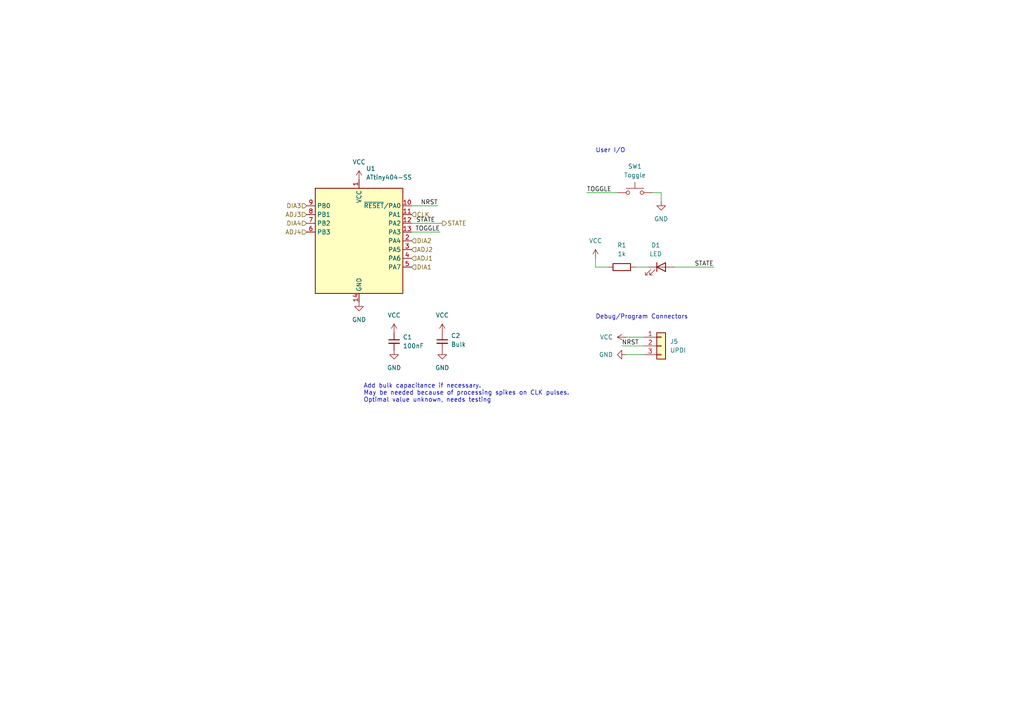
<source format=kicad_sch>
(kicad_sch (version 20211123) (generator eeschema)
  (paper "A4")
  (lib_symbols
    (symbol "Connector_Generic:Conn_01x03" (pin_names (offset 1.016) hide)
      (property "Reference" "J" (at 0 5.08 0))
      (property "Value" "Conn_01x03" (at 0 -5.08 0))
      (symbol "Conn_01x03_1_1"
        (rectangle (start -1.27 -2.413) (end 0 -2.667) (stroke (width 0.1524)))
        (rectangle (start -1.27 0.127) (end 0 -0.127) (stroke (width 0.1524)))
        (rectangle (start -1.27 2.667) (end 0 2.413) (stroke (width 0.1524)))
        (rectangle (start -1.27 3.81) (end 1.27 -3.81) (stroke (width 0.254)) (fill (type background)))
        (pin passive line (at -5.08 2.54 0) (length 3.81) (name "Pin_1") (number "1"))
        (pin passive line (at -5.08 0 0) (length 3.81) (name "Pin_2") (number "2"))
        (pin passive line (at -5.08 -2.54 0) (length 3.81) (name "Pin_3") (number "3"))
      )
    )
    (symbol "Device:C_Small" (pin_numbers hide) (pin_names (offset 0.254) hide)
      (property "Reference" "C" (at 0.254 1.778 0))
      (property "Value" "C_Small" (at 0.254 -2.032 0))
      (symbol "C_Small_0_1"
        (polyline (pts (xy -1.524 -0.508) (xy 1.524 -0.508)) (stroke (width 0.3302)))
        (polyline (pts (xy -1.524 0.508) (xy 1.524 0.508)) (stroke (width 0.3048)))
      )
      (symbol "C_Small_1_1"
        (pin passive line (at 0 2.54 270) (length 2.032) (name "~") (number "1"))
        (pin passive line (at 0 -2.54 90) (length 2.032) (name "~") (number "2"))
      )
    )
    (symbol "Device:LED" (pin_numbers hide) (pin_names (offset 1.016) hide)
      (property "Reference" "D" (at 0 2.54 0))
      (property "Value" "LED" (at 0 -2.54 0))
      (symbol "LED_0_1"
        (polyline (pts (xy -1.27 -1.27) (xy -1.27 1.27)) (stroke (width 0.254)))
        (polyline (pts (xy -1.27 0) (xy 1.27 0)))
        (polyline (pts (xy 1.27 -1.27) (xy 1.27 1.27) (xy -1.27 0) (xy 1.27 -1.27)) (stroke (width 0.254)))
        (polyline (pts (xy -3.048 -0.762) (xy -4.572 -2.286) (xy -3.81 -2.286) (xy -4.572 -2.286) (xy -4.572 -1.524)))
        (polyline (pts (xy -1.778 -0.762) (xy -3.302 -2.286) (xy -2.54 -2.286) (xy -3.302 -2.286) (xy -3.302 -1.524)))
      )
      (symbol "LED_1_1"
        (pin passive line (at -3.81 0 0) (length 2.54) (name "K") (number "1"))
        (pin passive line (at 3.81 0 180) (length 2.54) (name "A") (number "2"))
      )
    )
    (symbol "Device:R" (pin_numbers hide) (pin_names (offset 0))
      (property "Reference" "R" (at 2.032 0 90))
      (property "Value" "R" (at 0 0 90))
      (symbol "R_0_1"
        (rectangle (start -1.016 -2.54) (end 1.016 2.54) (stroke (width 0.254)))
      )
      (symbol "R_1_1"
        (pin passive line (at 0 3.81 270) (length 1.27) (name "~") (number "1"))
        (pin passive line (at 0 -3.81 90) (length 1.27) (name "~") (number "2"))
      )
    )
    (symbol "MCU_Microchip_ATtiny:ATtiny404-SS"
      (property "Reference" "U" (at -12.7 16.51 0))
      (property "Value" "ATtiny404-SS" (at 2.54 -16.51 0))
      (symbol "ATtiny404-SS_0_1"
        (rectangle (start -12.7 -15.24) (end 12.7 15.24) (stroke (width 0.254)) (fill (type background)))
      )
      (symbol "ATtiny404-SS_1_1"
        (pin power_in line (at 0 17.78 270) (length 2.54) (name "VCC") (number "1"))
        (pin bidirectional line (at 15.24 10.16 180) (length 2.54) (name "~{RESET}/PA0") (number "10"))
        (pin bidirectional line (at 15.24 7.62 180) (length 2.54) (name "PA1") (number "11"))
        (pin bidirectional line (at 15.24 5.08 180) (length 2.54) (name "PA2") (number "12"))
        (pin bidirectional line (at 15.24 2.54 180) (length 2.54) (name "PA3") (number "13"))
        (pin power_in line (at 0 -17.78 90) (length 2.54) (name "GND") (number "14"))
        (pin bidirectional line (at 15.24 0 180) (length 2.54) (name "PA4") (number "2"))
        (pin bidirectional line (at 15.24 -2.54 180) (length 2.54) (name "PA5") (number "3"))
        (pin bidirectional line (at 15.24 -5.08 180) (length 2.54) (name "PA6") (number "4"))
        (pin bidirectional line (at 15.24 -7.62 180) (length 2.54) (name "PA7") (number "5"))
        (pin bidirectional line (at -15.24 2.54 0) (length 2.54) (name "PB3") (number "6"))
        (pin bidirectional line (at -15.24 5.08 0) (length 2.54) (name "PB2") (number "7"))
        (pin bidirectional line (at -15.24 7.62 0) (length 2.54) (name "PB1") (number "8"))
        (pin bidirectional line (at -15.24 10.16 0) (length 2.54) (name "PB0") (number "9"))
      )
    )
    (symbol "Switch:SW_Push" (pin_numbers hide) (pin_names (offset 1.016) hide)
      (property "Reference" "SW" (at 1.27 2.54 0))
      (property "Value" "SW_Push" (at 0 -1.524 0))
      (symbol "SW_Push_0_1"
        (circle (center -2.032 0) (radius 0.508))
        (polyline (pts (xy 0 1.27) (xy 0 3.048)))
        (polyline (pts (xy 2.54 1.27) (xy -2.54 1.27)))
        (circle (center 2.032 0) (radius 0.508))
        (pin passive line (at -5.08 0 0) (length 2.54) (name "1") (number "1"))
        (pin passive line (at 5.08 0 180) (length 2.54) (name "2") (number "2"))
      )
    )
    (symbol "power:GND" (power) (pin_names (offset 0))
      (property "Value" "GND" (at 0 -3.81 0))
      (symbol "GND_0_1"
        (polyline (pts (xy 0 0) (xy 0 -1.27) (xy 1.27 -1.27) (xy 0 -2.54) (xy -1.27 -1.27) (xy 0 -1.27)))
      )
      (symbol "GND_1_1"
        (pin power_in line (at 0 0 270) (length 0) hide (name "GND") (number "1"))
      )
    )
    (symbol "power:VCC" (power) (pin_names (offset 0))
      (property "Value" "VCC" (at 0 3.81 0))
      (symbol "VCC_0_1"
        (polyline (pts (xy -0.762 1.27) (xy 0 2.54)))
        (polyline (pts (xy 0 0) (xy 0 2.54)))
        (polyline (pts (xy 0 2.54) (xy 0.762 1.27)))
      )
      (symbol "VCC_1_1"
        (pin power_in line (at 0 0 90) (length 0) hide (name "VCC") (number "1"))
      )
    )
  )
  (wire (pts (xy 172.72 74.93) (xy 172.72 77.47)))
  (wire (pts (xy 181.61 97.79) (xy 186.69 97.79)))
  (wire (pts (xy 180.34 100.33) (xy 186.69 100.33)))
  (wire (pts (xy 170.18 55.88) (xy 179.07 55.88)))
  (wire (pts (xy 191.77 55.88) (xy 191.77 58.42)))
  (wire (pts (xy 181.61 102.87) (xy 186.69 102.87)))
  (wire (pts (xy 119.38 59.69) (xy 127 59.69)))
  (wire (pts (xy 195.58 77.47) (xy 207.01 77.47)))
  (wire (pts (xy 119.38 67.31) (xy 127.635 67.31)))
  (wire (pts (xy 119.38 64.77) (xy 128.27 64.77)))
  (wire (pts (xy 172.72 77.47) (xy 176.53 77.47)))
  (wire (pts (xy 189.23 55.88) (xy 191.77 55.88)))
  (wire (pts (xy 184.15 77.47) (xy 187.96 77.47)))
  (text "User I/O\n" (at 172.72 44.45 0) (effects (font (size 1.27 1.27)) (justify left bottom)))
  (text "Add bulk capacitance if necessary.\nMay be needed because of processing spikes on CLK pulses.\nOptimal value unknown, needs testing" (at 105.41 116.84 0) (effects (font (size 1.27 1.27)) (justify left bottom)))
  (text "Debug/Program Connectors" (at 172.72 92.71 0) (effects (font (size 1.27 1.27)) (justify left bottom)))
  (label "STATE" (at 207.01 77.47 180))
  (label "TOGGLE" (at 127.635 67.31 180))
  (label "NRST" (at 127 59.69 180))
  (label "STATE" (at 120.65 64.77 0))
  (label "NRST" (at 180.34 100.33 0))
  (label "TOGGLE" (at 170.18 55.88 0))
  (hierarchical_label "DIA1" (shape input) (at 119.38 77.47 0))
  (hierarchical_label "STATE" (shape output) (at 128.27 64.77 0))
  (hierarchical_label "CLK" (shape input) (at 119.38 62.23 0))
  (hierarchical_label "DIA2" (shape input) (at 119.38 69.85 0))
  (hierarchical_label "ADJ2" (shape input) (at 119.38 72.39 0))
  (hierarchical_label "DIA4" (shape input) (at 88.9 64.77 180))
  (hierarchical_label "ADJ1" (shape input) (at 119.38 74.93 0))
  (hierarchical_label "DIA3" (shape input) (at 88.9 59.69 180))
  (hierarchical_label "ADJ4" (shape input) (at 88.9 67.31 180))
  (hierarchical_label "ADJ3" (shape input) (at 88.9 62.23 180))
  (symbol (lib_id "Device:C_Small") (at 114.3 99.06 0) (unit 1)
    (property "Reference" "C1" (at 116.84 97.7962 0) (effects (justify left)))
    (property "Value" "100nF" (at 116.84 100.3362 0) (effects (justify left)))
    (property "Footprint" "Capacitor_SMD:C_0603_1608Metric_Pad1.08x0.95mm_HandSolder" (effects hide))
    (property "DigiKey" "2997-MA0603XR104M160TR-ND" (effects hide))
    (property "Mfr" "Meritek" (effects hide))
    (property "P/N" "MA0603XR104M160" (effects hide))
  )
  (symbol (lib_id "power:VCC") (at 172.72 74.93 0) (unit 1)
    (property "Reference" "#PWR07" (effects hide))
    (property "Value" "VCC" (at 172.72 69.85 0))
  )
  (symbol (lib_id "power:VCC") (at 128.27 96.52 0) (unit 1)
    (property "Reference" "#PWR05" (effects hide))
    (property "Value" "VCC" (at 128.27 91.44 0))
  )
  (symbol (lib_id "Device:LED") (at 191.77 77.47 0) (unit 1)
    (property "Reference" "D1" (at 190.1825 71.12 0))
    (property "Value" "LED" (at 190.1825 73.66 0))
    (property "Footprint" "LED_SMD:LED_0603_1608Metric_Pad1.05x0.95mm_HandSolder" (effects hide))
    (property "Datasheet" "https://media.digikey.com/pdf/Data%20Sheets/Harvatek%20PDFs/B1911UD--20D001014U1930.pdf" (effects hide))
    (property "DigiKey" "3147-B1911UYG-20D000114U1930CT-ND" (effects hide))
    (property "Mfr" "Harvatek" (effects hide))
    (property "P/N" "B1911UYG-20D000114U1930" (effects hide))
  )
  (symbol (lib_id "Device:R") (at 180.34 77.47 90) (unit 1)
    (property "Reference" "R1" (at 180.34 71.12 90))
    (property "Value" "1k" (at 180.34 73.66 90))
    (property "Footprint" "Resistor_SMD:R_0603_1608Metric_Pad0.98x0.95mm_HandSolder" (effects hide))
    (property "DigiKey" "2571-RM06F1200CTTR-ND" (effects hide))
    (property "Mfr" "Cal-Chip" (effects hide))
    (property "P/N" "RM06F1200CT" (effects hide))
  )
  (symbol (lib_id "power:GND") (at 114.3 101.6 0) (unit 1)
    (property "Reference" "#PWR04" (effects hide))
    (property "Value" "GND" (at 114.3 106.68 0))
  )
  (symbol (lib_id "power:GND") (at 191.77 58.42 0) (unit 1)
    (property "Reference" "#PWR010" (effects hide))
    (property "Value" "GND" (at 191.77 63.5 0))
  )
  (symbol (lib_id "Device:C_Small") (at 128.27 99.06 0) (unit 1)
    (property "Reference" "C2" (at 130.81 97.3581 0) (effects (justify left)))
    (property "Value" "Bulk" (at 130.81 99.8981 0) (effects (justify left)))
    (property "Footprint" "Capacitor_SMD:C_0603_1608Metric_Pad1.08x0.95mm_HandSolder" (effects hide))
  )
  (symbol (lib_id "power:GND") (at 128.27 101.6 0) (unit 1)
    (property "Reference" "#PWR06" (effects hide))
    (property "Value" "GND" (at 128.27 106.68 0))
  )
  (symbol (lib_id "power:GND") (at 104.14 87.63 0) (unit 1)
    (property "Reference" "#PWR02" (effects hide))
    (property "Value" "GND" (at 104.14 92.71 0))
  )
  (symbol (lib_id "power:VCC") (at 104.14 52.07 0) (unit 1)
    (property "Reference" "#PWR01" (effects hide))
    (property "Value" "VCC" (at 104.14 46.99 0))
  )
  (symbol (lib_id "power:GND") (at 181.61 102.87 270) (unit 1)
    (property "Reference" "#PWR09" (effects hide))
    (property "Value" "GND" (at 177.8 102.8699 90) (effects (justify right)))
  )
  (symbol (lib_id "power:VCC") (at 114.3 96.52 0) (unit 1)
    (property "Reference" "#PWR03" (effects hide))
    (property "Value" "VCC" (at 114.3 91.44 0))
  )
  (symbol (lib_id "MCU_Microchip_ATtiny:ATtiny404-SS") (at 104.14 69.85 0) (unit 1)
    (property "Reference" "U1" (at 106.1594 48.895 0) (effects (justify left)))
    (property "Value" "ATtiny404-SS" (at 106.1594 51.435 0) (effects (justify left)))
    (property "Footprint" "Package_SO:SOIC-14_3.9x8.7mm_P1.27mm" (effects hide))
    (property "Datasheet" "http://ww1.microchip.com/downloads/en/DeviceDoc/50002687A.pdf" (effects hide))
    (property "DigiKey" "ATTINY404-SSN-ND" (effects hide))
    (property "Mfr" "Microchip" (effects hide))
    (property "P/N" "ATTINY404-SSN" (effects hide))
  )
  (symbol (lib_id "Switch:SW_Push") (at 184.15 55.88 0) (unit 1)
    (property "Reference" "SW1" (at 184.15 48.26 0))
    (property "Value" "Toggle" (at 184.15 50.8 0))
    (property "Footprint" "Button_Switch_THT:SW_PUSH_6mm_H4.3mm" (effects hide))
    (property "LCSC" "C2888544 " (effects hide))
  )
  (symbol (lib_id "Connector_Generic:Conn_01x03") (at 191.77 100.33 0) (unit 1)
    (property "Reference" "J5" (at 194.31 99.0599 0) (effects (justify left)))
    (property "Value" "UPDI" (at 194.31 101.5999 0) (effects (justify left)))
    (property "Footprint" "Connector_PinHeader_2.54mm:PinHeader_1x03_P2.54mm_Vertical" (effects hide))
    (property "LCSC" "C492411" (effects hide))
  )
  (symbol (lib_id "power:VCC") (at 181.61 97.79 90) (unit 1)
    (property "Reference" "#PWR08" (effects hide))
    (property "Value" "VCC" (at 177.8 97.7899 90) (effects (justify left)))
  )
)
</source>
